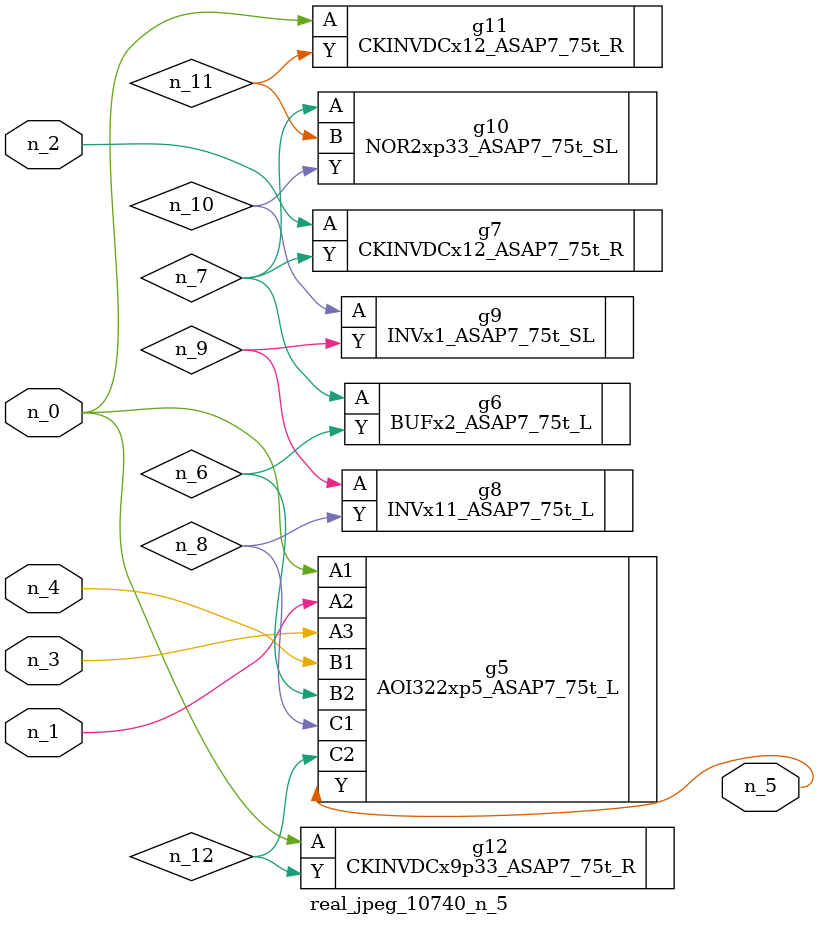
<source format=v>
module real_jpeg_10740_n_5 (n_4, n_0, n_1, n_2, n_3, n_5);

input n_4;
input n_0;
input n_1;
input n_2;
input n_3;

output n_5;

wire n_12;
wire n_8;
wire n_11;
wire n_6;
wire n_7;
wire n_10;
wire n_9;

AOI322xp5_ASAP7_75t_L g5 ( 
.A1(n_0),
.A2(n_1),
.A3(n_3),
.B1(n_4),
.B2(n_6),
.C1(n_8),
.C2(n_12),
.Y(n_5)
);

CKINVDCx12_ASAP7_75t_R g11 ( 
.A(n_0),
.Y(n_11)
);

CKINVDCx9p33_ASAP7_75t_R g12 ( 
.A(n_0),
.Y(n_12)
);

CKINVDCx12_ASAP7_75t_R g7 ( 
.A(n_2),
.Y(n_7)
);

BUFx2_ASAP7_75t_L g6 ( 
.A(n_7),
.Y(n_6)
);

NOR2xp33_ASAP7_75t_SL g10 ( 
.A(n_7),
.B(n_11),
.Y(n_10)
);

INVx11_ASAP7_75t_L g8 ( 
.A(n_9),
.Y(n_8)
);

INVx1_ASAP7_75t_SL g9 ( 
.A(n_10),
.Y(n_9)
);


endmodule
</source>
